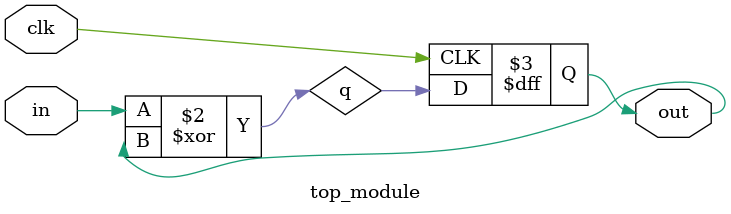
<source format=v>
module top_module (
    input clk,
    input in, 
    output out);
	wire q;
    
    always @ (posedge clk) begin
    	out <= q;	   
    end
    
    assign q = in ^ out;
    
endmodule
</source>
